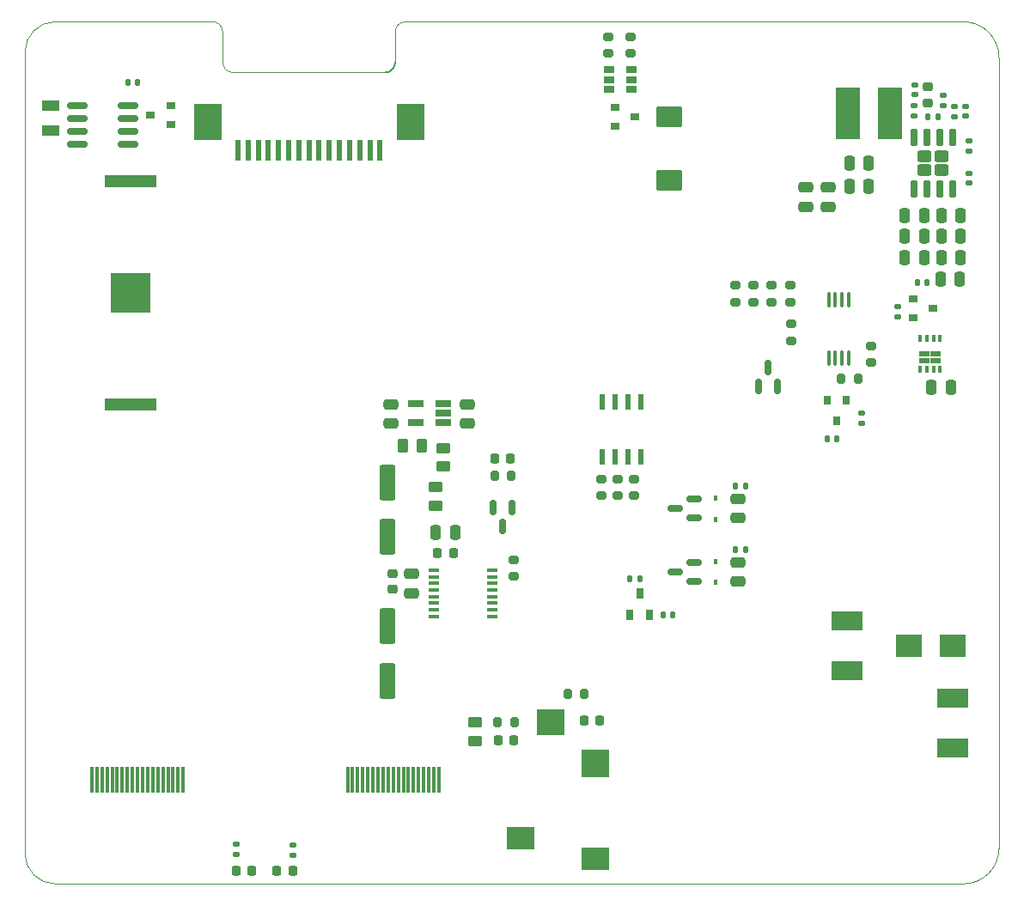
<source format=gbr>
G04 #@! TF.GenerationSoftware,KiCad,Pcbnew,(5.99.0-11120-g1d6ad4a52a)*
G04 #@! TF.CreationDate,2021-08-25T17:06:27+02:00*
G04 #@! TF.ProjectId,CarPiPowerHat,43617250-6950-46f7-9765-724861742e6b,0.2*
G04 #@! TF.SameCoordinates,Original*
G04 #@! TF.FileFunction,Paste,Top*
G04 #@! TF.FilePolarity,Positive*
%FSLAX46Y46*%
G04 Gerber Fmt 4.6, Leading zero omitted, Abs format (unit mm)*
G04 Created by KiCad (PCBNEW (5.99.0-11120-g1d6ad4a52a)) date 2021-08-25 17:06:27*
%MOMM*%
%LPD*%
G01*
G04 APERTURE LIST*
G04 Aperture macros list*
%AMRoundRect*
0 Rectangle with rounded corners*
0 $1 Rounding radius*
0 $2 $3 $4 $5 $6 $7 $8 $9 X,Y pos of 4 corners*
0 Add a 4 corners polygon primitive as box body*
4,1,4,$2,$3,$4,$5,$6,$7,$8,$9,$2,$3,0*
0 Add four circle primitives for the rounded corners*
1,1,$1+$1,$2,$3*
1,1,$1+$1,$4,$5*
1,1,$1+$1,$6,$7*
1,1,$1+$1,$8,$9*
0 Add four rect primitives between the rounded corners*
20,1,$1+$1,$2,$3,$4,$5,0*
20,1,$1+$1,$4,$5,$6,$7,0*
20,1,$1+$1,$6,$7,$8,$9,0*
20,1,$1+$1,$8,$9,$2,$3,0*%
G04 Aperture macros list end*
G04 #@! TA.AperFunction,Profile*
%ADD10C,0.100000*%
G04 #@! TD*
G04 #@! TA.AperFunction,Profile*
%ADD11C,0.150000*%
G04 #@! TD*
%ADD12RoundRect,0.135000X0.185000X-0.135000X0.185000X0.135000X-0.185000X0.135000X-0.185000X-0.135000X0*%
%ADD13RoundRect,0.200000X0.275000X-0.200000X0.275000X0.200000X-0.275000X0.200000X-0.275000X-0.200000X0*%
%ADD14R,0.900000X0.800000*%
%ADD15R,1.060000X0.650000*%
%ADD16R,0.600000X1.550000*%
%ADD17R,2.800000X2.600000*%
%ADD18R,2.800000X2.200000*%
%ADD19R,2.800000X2.800000*%
%ADD20R,0.450000X0.600000*%
%ADD21RoundRect,0.100000X0.100000X-0.637500X0.100000X0.637500X-0.100000X0.637500X-0.100000X-0.637500X0*%
%ADD22RoundRect,0.250000X0.475000X-0.250000X0.475000X0.250000X-0.475000X0.250000X-0.475000X-0.250000X0*%
%ADD23RoundRect,0.225000X0.250000X-0.225000X0.250000X0.225000X-0.250000X0.225000X-0.250000X-0.225000X0*%
%ADD24RoundRect,0.250000X-0.450000X0.262500X-0.450000X-0.262500X0.450000X-0.262500X0.450000X0.262500X0*%
%ADD25RoundRect,0.250000X0.550000X-1.500000X0.550000X1.500000X-0.550000X1.500000X-0.550000X-1.500000X0*%
%ADD26RoundRect,0.140000X0.140000X0.170000X-0.140000X0.170000X-0.140000X-0.170000X0.140000X-0.170000X0*%
%ADD27R,1.800000X1.000000*%
%ADD28RoundRect,0.140000X0.170000X-0.140000X0.170000X0.140000X-0.170000X0.140000X-0.170000X-0.140000X0*%
%ADD29R,1.000000X0.400000*%
%ADD30RoundRect,0.250000X0.250000X0.475000X-0.250000X0.475000X-0.250000X-0.475000X0.250000X-0.475000X0*%
%ADD31RoundRect,0.250000X0.460000X-0.315000X0.460000X0.315000X-0.460000X0.315000X-0.460000X-0.315000X0*%
%ADD32RoundRect,0.150000X0.150000X-0.737500X0.150000X0.737500X-0.150000X0.737500X-0.150000X-0.737500X0*%
%ADD33R,0.650000X1.100000*%
%ADD34RoundRect,0.135000X-0.185000X0.135000X-0.185000X-0.135000X0.185000X-0.135000X0.185000X0.135000X0*%
%ADD35RoundRect,0.250000X-0.475000X0.250000X-0.475000X-0.250000X0.475000X-0.250000X0.475000X0.250000X0*%
%ADD36RoundRect,0.250000X0.450000X-0.262500X0.450000X0.262500X-0.450000X0.262500X-0.450000X-0.262500X0*%
%ADD37RoundRect,0.250000X-0.250000X-0.475000X0.250000X-0.475000X0.250000X0.475000X-0.250000X0.475000X0*%
%ADD38RoundRect,0.225000X0.225000X0.250000X-0.225000X0.250000X-0.225000X-0.250000X0.225000X-0.250000X0*%
%ADD39RoundRect,0.225000X-0.225000X-0.250000X0.225000X-0.250000X0.225000X0.250000X-0.225000X0.250000X0*%
%ADD40RoundRect,0.250000X-0.262500X-0.450000X0.262500X-0.450000X0.262500X0.450000X-0.262500X0.450000X0*%
%ADD41RoundRect,0.140000X-0.140000X-0.170000X0.140000X-0.170000X0.140000X0.170000X-0.140000X0.170000X0*%
%ADD42RoundRect,0.200000X-0.200000X-0.275000X0.200000X-0.275000X0.200000X0.275000X-0.200000X0.275000X0*%
%ADD43R,3.150000X1.960000*%
%ADD44RoundRect,0.150000X-0.825000X-0.150000X0.825000X-0.150000X0.825000X0.150000X-0.825000X0.150000X0*%
%ADD45R,5.080000X1.270000*%
%ADD46R,3.960000X3.960000*%
%ADD47RoundRect,0.140000X-0.170000X0.140000X-0.170000X-0.140000X0.170000X-0.140000X0.170000X0.140000X0*%
%ADD48RoundRect,0.150000X0.587500X0.150000X-0.587500X0.150000X-0.587500X-0.150000X0.587500X-0.150000X0*%
%ADD49RoundRect,0.150000X0.150000X-0.587500X0.150000X0.587500X-0.150000X0.587500X-0.150000X-0.587500X0*%
%ADD50R,1.000000X0.600000*%
%ADD51R,0.420000X0.700000*%
%ADD52R,1.560000X0.650000*%
%ADD53RoundRect,0.200000X-0.275000X0.200000X-0.275000X-0.200000X0.275000X-0.200000X0.275000X0.200000X0*%
%ADD54RoundRect,0.225000X-0.250000X0.225000X-0.250000X-0.225000X0.250000X-0.225000X0.250000X0.225000X0*%
%ADD55R,0.300000X2.600000*%
%ADD56R,0.800000X0.900000*%
%ADD57RoundRect,0.135000X-0.135000X-0.185000X0.135000X-0.185000X0.135000X0.185000X-0.135000X0.185000X0*%
%ADD58RoundRect,0.218750X-0.218750X-0.256250X0.218750X-0.256250X0.218750X0.256250X-0.218750X0.256250X0*%
%ADD59R,2.350000X5.100000*%
%ADD60RoundRect,0.250000X-1.025000X0.787500X-1.025000X-0.787500X1.025000X-0.787500X1.025000X0.787500X0*%
%ADD61R,2.500000X2.300000*%
%ADD62RoundRect,0.250000X-0.550000X1.500000X-0.550000X-1.500000X0.550000X-1.500000X0.550000X1.500000X0*%
%ADD63RoundRect,0.150000X-0.150000X0.587500X-0.150000X-0.587500X0.150000X-0.587500X0.150000X0.587500X0*%
%ADD64RoundRect,0.200000X0.200000X0.275000X-0.200000X0.275000X-0.200000X-0.275000X0.200000X-0.275000X0*%
%ADD65R,0.610000X2.000000*%
%ADD66R,2.680000X3.600000*%
G04 APERTURE END LIST*
D10*
X81000000Y-116500000D02*
X170500000Y-116500000D01*
X98499997Y-36500003D02*
G75*
G02*
X97500000Y-35500000I3J1000000D01*
G01*
X97500000Y-35500000D02*
X97500000Y-32500000D01*
X96500003Y-31499997D02*
G75*
G02*
X97500000Y-32500000I-3J-1000000D01*
G01*
X113500000Y-36500000D02*
X98500000Y-36500000D01*
X81000000Y-116500000D02*
G75*
G02*
X78005236Y-113500005I5236J2999995D01*
G01*
X78000000Y-34500000D02*
X78005236Y-113500005D01*
X115499997Y-31500003D02*
G75*
G03*
X114500000Y-32500000I0J-999997D01*
G01*
X96500000Y-31500000D02*
X81000000Y-31500000D01*
X173999998Y-34999998D02*
G75*
G03*
X170500000Y-31500000I-3499998J0D01*
G01*
X114500000Y-32500000D02*
X114500000Y-35500000D01*
X170500000Y-31500000D02*
X115500000Y-31500000D01*
X174000000Y-35000000D02*
X174000000Y-113000000D01*
X174000002Y-113000002D02*
G75*
G02*
X170500000Y-116500000I-3500000J2D01*
G01*
D11*
X113500000Y-36500000D02*
G75*
G03*
X114500000Y-35500000I0J1000000D01*
G01*
D10*
X78000000Y-34500000D02*
G75*
G02*
X81000000Y-31500000I3000000J0D01*
G01*
D12*
X168500000Y-39738100D03*
X168500000Y-38718100D03*
X165600035Y-40797000D03*
X165600035Y-39777000D03*
D13*
X136400000Y-78225000D03*
X136400000Y-76575000D03*
D14*
X136149200Y-39938400D03*
X136149200Y-41838400D03*
X138149200Y-40888400D03*
D15*
X137741200Y-38150000D03*
X137741200Y-37200000D03*
X137741200Y-36250000D03*
X135541200Y-36250000D03*
X135541200Y-37200000D03*
X135541200Y-38150000D03*
D16*
X138705000Y-69000000D03*
X137435000Y-69000000D03*
X136165000Y-69000000D03*
X134895000Y-69000000D03*
X134895000Y-74400000D03*
X136165000Y-74400000D03*
X137435000Y-74400000D03*
X138705000Y-74400000D03*
D13*
X134800000Y-78225000D03*
X134800000Y-76575000D03*
D12*
X98800035Y-113609990D03*
X98800035Y-112589990D03*
D17*
X129800035Y-100600000D03*
D18*
X126850035Y-112000000D03*
X134250035Y-114000000D03*
D19*
X134250035Y-104600000D03*
D20*
X146100035Y-86799990D03*
X146100035Y-84699990D03*
D21*
X157225000Y-64662500D03*
X157875000Y-64662500D03*
X158525000Y-64662500D03*
X159175000Y-64662500D03*
X159175000Y-58937500D03*
X158525000Y-58937500D03*
X157875000Y-58937500D03*
X157225000Y-58937500D03*
D22*
X114050000Y-71125000D03*
X114050000Y-69225000D03*
D23*
X114200035Y-87474990D03*
X114200035Y-85924990D03*
D24*
X118500000Y-77387500D03*
X118500000Y-79212500D03*
D25*
X113700000Y-82300000D03*
X113700000Y-76900000D03*
D26*
X166905000Y-57227000D03*
X165945000Y-57227000D03*
D14*
X92355000Y-41655000D03*
X92355000Y-39755000D03*
X90355000Y-40705000D03*
D27*
X80555000Y-42255000D03*
X80555000Y-39755000D03*
D28*
X171084400Y-47408100D03*
X171084400Y-46448100D03*
D29*
X124100000Y-90125000D03*
X124100000Y-89475000D03*
X124100000Y-88825000D03*
X124100000Y-88175000D03*
X124100000Y-87525000D03*
X124100000Y-86875000D03*
X124100000Y-86225000D03*
X124100000Y-85575000D03*
X118300000Y-85575000D03*
X118300000Y-86225000D03*
X118300000Y-86875000D03*
X118300000Y-87525000D03*
X118300000Y-88175000D03*
X118300000Y-88825000D03*
X118300000Y-89475000D03*
X118300000Y-90125000D03*
D30*
X166615000Y-54767000D03*
X164715000Y-54767000D03*
D31*
X166659400Y-44748100D03*
X168359400Y-44748100D03*
X168359400Y-46108100D03*
X166659400Y-46108100D03*
D32*
X165604400Y-47990600D03*
X166874400Y-47990600D03*
X168144400Y-47990600D03*
X169414400Y-47990600D03*
X169414400Y-42865600D03*
X168144400Y-42865600D03*
X166874400Y-42865600D03*
X165604400Y-42865600D03*
D33*
X137640035Y-89974990D03*
X139560035Y-89974990D03*
X138600035Y-87874990D03*
D34*
X169600000Y-39818100D03*
X169600000Y-40838100D03*
D35*
X148250035Y-78549990D03*
X148250035Y-80449990D03*
D36*
X119250000Y-75337500D03*
X119250000Y-73512500D03*
D37*
X167350035Y-67499990D03*
X169250035Y-67499990D03*
D38*
X126175035Y-102350000D03*
X124625035Y-102350000D03*
D39*
X133125035Y-100350000D03*
X134675035Y-100350000D03*
D40*
X115287500Y-73300000D03*
X117112500Y-73300000D03*
D41*
X157040035Y-72599990D03*
X158000035Y-72599990D03*
D13*
X138000000Y-78225000D03*
X138000000Y-76575000D03*
D26*
X167964400Y-40828100D03*
X167004400Y-40828100D03*
D42*
X158475035Y-66699990D03*
X160125035Y-66699990D03*
D43*
X159000035Y-95504990D03*
X159000035Y-90594990D03*
D34*
X164000035Y-59589990D03*
X164000035Y-60609990D03*
D44*
X83180000Y-39800000D03*
X83180000Y-41070000D03*
X83180000Y-42340000D03*
X83180000Y-43610000D03*
X88130000Y-43610000D03*
X88130000Y-42340000D03*
X88130000Y-41070000D03*
X88130000Y-39800000D03*
D39*
X124325000Y-74550000D03*
X125875000Y-74550000D03*
D30*
X166615000Y-52667000D03*
X164715000Y-52667000D03*
D37*
X168315000Y-52667000D03*
X170215000Y-52667000D03*
D45*
X88440000Y-47255000D03*
X88440000Y-69225000D03*
D46*
X88440000Y-58240000D03*
D35*
X157175000Y-47847000D03*
X157175000Y-49747000D03*
D13*
X126200000Y-86175000D03*
X126200000Y-84525000D03*
D47*
X170750000Y-39848100D03*
X170750000Y-40808100D03*
D48*
X143937535Y-86699990D03*
X143937535Y-84799990D03*
X142062535Y-85749990D03*
D14*
X165525000Y-60677000D03*
X167525000Y-59727000D03*
X165525000Y-58777000D03*
D49*
X150300035Y-67437490D03*
X152200035Y-67437490D03*
X151250035Y-65562490D03*
D34*
X104400035Y-112689990D03*
X104400035Y-113709990D03*
D50*
X167790000Y-64957000D03*
D51*
X167550000Y-65727000D03*
D50*
X166660000Y-64247000D03*
D51*
X168200000Y-65727000D03*
D50*
X167790000Y-64247000D03*
D51*
X166900000Y-65727000D03*
X166250000Y-65727000D03*
D50*
X166660000Y-64957000D03*
D51*
X168200000Y-62727000D03*
X167550000Y-62727000D03*
X166900000Y-62727000D03*
X166250000Y-62727000D03*
D52*
X119200000Y-71050000D03*
X119200000Y-70100000D03*
X119200000Y-69150000D03*
X116500000Y-69150000D03*
X116500000Y-71050000D03*
D37*
X168315000Y-50567000D03*
X170215000Y-50567000D03*
D53*
X153500000Y-61300000D03*
X153500000Y-62950000D03*
D13*
X135500035Y-34624990D03*
X135500035Y-32974990D03*
D53*
X153400000Y-57475000D03*
X153400000Y-59125000D03*
D54*
X167000000Y-37925000D03*
X167000000Y-39475000D03*
D28*
X165684400Y-38708100D03*
X165684400Y-37748100D03*
D53*
X161400000Y-63475000D03*
X161400000Y-65125000D03*
D35*
X148250035Y-84799990D03*
X148250035Y-86699990D03*
D55*
X93600035Y-106219990D03*
X93100035Y-106219990D03*
X92600035Y-106219990D03*
X92100035Y-106219990D03*
X91600035Y-106219990D03*
X91100035Y-106219990D03*
X90600035Y-106219990D03*
X90100035Y-106219990D03*
X89600035Y-106219990D03*
X89100035Y-106219990D03*
X88600035Y-106219990D03*
X88100035Y-106219990D03*
X87600035Y-106219990D03*
X87100035Y-106219990D03*
X86600035Y-106219990D03*
X86100035Y-106219990D03*
X85600035Y-106219990D03*
X85100035Y-106219990D03*
X84600035Y-106219990D03*
D48*
X143937535Y-80449990D03*
X143937535Y-78549990D03*
X142062535Y-79499990D03*
D53*
X151600000Y-57475000D03*
X151600000Y-59125000D03*
D56*
X158950000Y-68800000D03*
X157050000Y-68800000D03*
X158000000Y-70800000D03*
D57*
X147990035Y-83499990D03*
X149010035Y-83499990D03*
D41*
X88140000Y-37510000D03*
X89100000Y-37510000D03*
D35*
X121600000Y-69225000D03*
X121600000Y-71125000D03*
D58*
X98812535Y-115199990D03*
X100387535Y-115199990D03*
D43*
X169400035Y-103104990D03*
X169400035Y-98194990D03*
D59*
X163284400Y-40528100D03*
X159134400Y-40528100D03*
D55*
X118800035Y-106219990D03*
X118300035Y-106219990D03*
X117800035Y-106219990D03*
X117300035Y-106219990D03*
X116800035Y-106219990D03*
X116300035Y-106219990D03*
X115800035Y-106219990D03*
X115300035Y-106219990D03*
X114800035Y-106219990D03*
X114300035Y-106219990D03*
X113800035Y-106219990D03*
X113300035Y-106219990D03*
X112800035Y-106219990D03*
X112300035Y-106219990D03*
X111800035Y-106219990D03*
X111300035Y-106219990D03*
X110800035Y-106219990D03*
X110300035Y-106219990D03*
X109800035Y-106219990D03*
D20*
X146100035Y-80549990D03*
X146100035Y-78449990D03*
D13*
X148000000Y-59125000D03*
X148000000Y-57475000D03*
D22*
X116100035Y-87849990D03*
X116100035Y-85949990D03*
D53*
X149800000Y-57475000D03*
X149800000Y-59125000D03*
D60*
X141500000Y-40887500D03*
X141500000Y-47112500D03*
D35*
X154975000Y-47847000D03*
X154975000Y-49747000D03*
D37*
X168250000Y-56900000D03*
X170150000Y-56900000D03*
D42*
X131475035Y-97799990D03*
X133125035Y-97799990D03*
D61*
X169400035Y-92999990D03*
X165100035Y-92999990D03*
D39*
X118675000Y-83850000D03*
X120225000Y-83850000D03*
D41*
X140870035Y-89949990D03*
X141830035Y-89949990D03*
D36*
X122400035Y-102412490D03*
X122400035Y-100587490D03*
D26*
X138600035Y-86399990D03*
X137640035Y-86399990D03*
D57*
X147990035Y-77249990D03*
X149010035Y-77249990D03*
D13*
X137700035Y-34624990D03*
X137700035Y-32974990D03*
D30*
X166615000Y-50567000D03*
X164715000Y-50567000D03*
D37*
X118500000Y-81850000D03*
X120400000Y-81850000D03*
D34*
X171084400Y-43218100D03*
X171084400Y-44238100D03*
D62*
X113700035Y-91099990D03*
X113700035Y-96499990D03*
D37*
X159275000Y-47727000D03*
X161175000Y-47727000D03*
D63*
X126050000Y-79362500D03*
X124150000Y-79362500D03*
X125100000Y-81237500D03*
D37*
X168315000Y-54767000D03*
X170215000Y-54767000D03*
D64*
X125925000Y-76300000D03*
X124275000Y-76300000D03*
D47*
X160500000Y-70100000D03*
X160500000Y-71060000D03*
D42*
X124575035Y-100600000D03*
X126225035Y-100600000D03*
D58*
X102812535Y-115199990D03*
X104387535Y-115199990D03*
D37*
X159275000Y-45427000D03*
X161175000Y-45427000D03*
D65*
X113000000Y-44200000D03*
X112000000Y-44200000D03*
X111000000Y-44200000D03*
X110000000Y-44200000D03*
X109000000Y-44200000D03*
X108000000Y-44200000D03*
X107000000Y-44200000D03*
X106000000Y-44200000D03*
X105000000Y-44200000D03*
X104000000Y-44200000D03*
X103000000Y-44200000D03*
X102000000Y-44200000D03*
X101000000Y-44200000D03*
X100000000Y-44200000D03*
X99000000Y-44200000D03*
D66*
X115990000Y-41400000D03*
X96010000Y-41400000D03*
M02*

</source>
